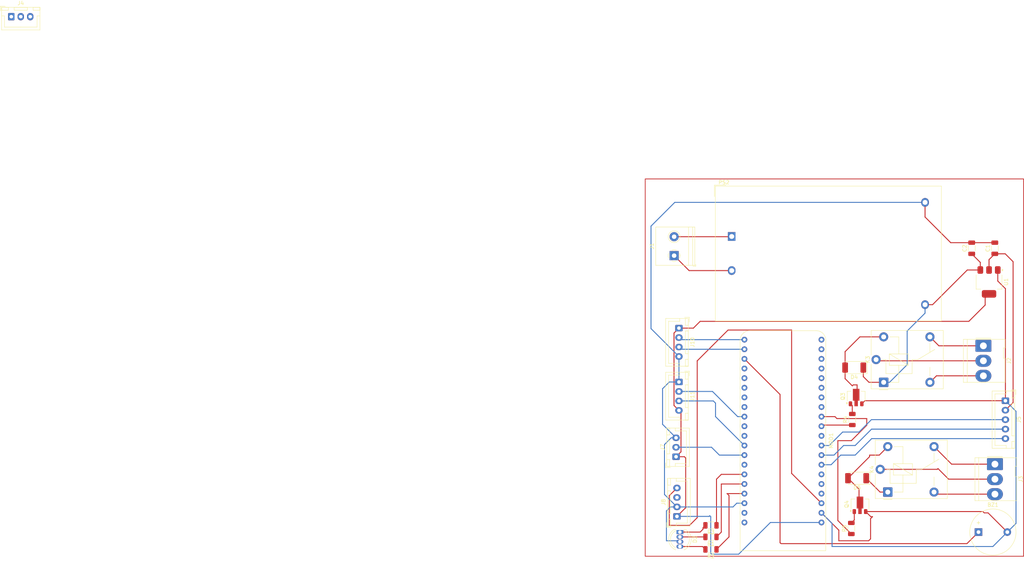
<source format=kicad_pcb>
(kicad_pcb (version 20221018) (generator pcbnew)
  (layers (0 "F.Cu" signal) (31 "B.Cu" signal) (34 "B.Paste" user) (35 "F.Paste" user) (36 "B.SilkS" user "B.Silkscreen") (37 "F.SilkS" user "F.Silkscreen") (38 "B.Mask" user) (39 "F.Mask" user) (44 "Edge.Cuts" user))
  (net 0 "")
  (net 1 "/MCU/Buzzer")
  (net 2 "GND")
  (net 3 "+3.3V")
  (net 4 "+5V")
  (net 5 "Net-(D2-RA)")
  (net 6 "Net-(D2-BA)")
  (net 7 "Net-(D2-GA)")
  (net 8 "Net-(D4-A)")
  (net 9 "Net-(D5-A)")
  (net 10 "/Regulador_de_voltaje/N")
  (net 11 "/Regulador_de_voltaje/L")
  (net 12 "/ControlRele1/NC")
  (net 13 "/ControlRele1/NA")
  (net 14 "/ControlRele1/COM")
  (net 15 "/ControlRele2/NC")
  (net 16 "/ControlRele2/NA")
  (net 17 "/ControlRele2/COM")
  (net 18 "/MCU/DHT")
  (net 19 "/Sensores/DigitalOut")
  (net 20 "/MCU/Calidad")
  (net 21 "/MCU/CLK")
  (net 22 "/MCU/CS")
  (net 23 "/MCU/Do")
  (net 24 "/MCU/Trigger")
  (net 25 "/MCU/Echo")
  (net 26 "/MCU/RX1")
  (net 27 "/MCU/TX1")
  (net 28 "/MCU/LED1")
  (net 29 "/MCU/LED2")
  (net 30 "/MCU/LED3")
  (net 31 "/ControlRele1/Input")
  (net 32 "/ControlRele2/Input")
  (net 54 "Net-(Q3-B)")
  (net 55 "Net-(Q4-B)")
  (footprint "Buzzer_Beeper:Buzzer_12x9.5RM7.6" (layer "F.Cu") (at 258.074 138.938)
    (fp_text reference "BZ1" (at 3.8 -7.2) (layer "F.SilkS"))
    (fp_text value "Buzzer")
    (fp_text user "+" (at -0.01 -2.54) (layer "F.SilkS"))
    (pad "1" thru_hole rect (at 0 0) (size 2 2) (drill 1) (layers "*.Cu" "*.Mask") (net 1 "/MCU/Buzzer"))
    (pad "2" thru_hole circle (at 7.6 0) (size 2 2) (drill 1) (layers "*.Cu" "*.Mask") (net 2 "GND"))
  )
  (footprint "Capacitor_SMD:C_1206_3216Metric" (layer "F.Cu") (at 256.286 64.008 90)
    (fp_text reference "C2" (at 0 -1.85 90) (layer "F.SilkS"))
    (fp_text value "100n")
    (pad "1" smd roundrect (at -1.475 0 90) (size 1.15 1.8) (layers "F.Cu" "F.Paste" "F.Mask") (roundrect_rratio 0.217391) (net 4 "+5V"))
    (pad "2" smd roundrect (at 1.475 0 90) (size 1.15 1.8) (layers "F.Cu" "F.Paste" "F.Mask") (roundrect_rratio 0.217391) (net 2 "GND"))
  )
  (footprint "Package_TO_SOT_SMD:SOT-89-3" (layer "F.Cu") (at 225.806 103.124 90)
    (fp_text reference "Q3" (at 0 -3.5 90) (layer "F.SilkS"))
    (fp_text value "BCX56")
    (pad "1" smd roundrect (at -1.95 -1.5 90) (size 1.3 0.9) (layers "F.Cu" "F.Paste" "F.Mask") (net 54 "Net-(Q3-B)"))
    (pad "2" smd custom (at -1.8625 0 90) (size 1.475 0.9) (layers "F.Cu" "F.Paste" "F.Mask") (net 8 "Net-(D4-A)") (options (clearance outline) (anchor rect)) (primitives (gr_poly (pts (xy 3.8625 0.8665) (xy 0.7375 0.8665) (xy 0.7375 -0.8665) (xy 3.8625 -0.8665)) (width 0) (fill yes))))
    (pad "3" smd roundrect (at -1.95 1.5 90) (size 1.3 0.9) (layers "F.Cu" "F.Paste" "F.Mask") (net 2 "GND"))
  )
  (footprint "Package_TO_SOT_SMD:SOT-223-3_TabPin2" (layer "F.Cu") (at 260.858 72.898 -90)
    (fp_text reference "U1" (at 0 -4.5 90) (layer "F.SilkS"))
    (fp_text value "AMS1117-3.3")
    (pad "1" smd roundrect (at -3.15 -2.3 270) (size 2 1.5) (layers "F.Cu" "F.Paste" "F.Mask") (net 2 "GND"))
    (pad "2" smd roundrect (at -3.15 0 270) (size 2 1.5) (layers "F.Cu" "F.Paste" "F.Mask") (net 3 "+3.3V"))
    (pad "2" smd roundrect (at 3.15 0 270) (size 2 3.8) (layers "F.Cu" "F.Paste" "F.Mask") (net 3 "+3.3V"))
    (pad "3" smd roundrect (at -3.15 2.3 270) (size 2 1.5) (layers "F.Cu" "F.Paste" "F.Mask") (net 4 "+5V"))
  )
  (footprint "Resistor_SMD:R_1206_3216Metric" (layer "F.Cu") (at 224.536 137.9835 90)
    (fp_text reference "R5" (at 0 -1.82 90) (layer "F.SilkS"))
    (fp_text value "1k")
    (pad "1" smd roundrect (at -1.4625 0 90) (size 1.125 1.75) (layers "F.Cu" "F.Paste" "F.Mask") (roundrect_rratio 0.222222) (net 32 "/ControlRele2/Input"))
    (pad "2" smd roundrect (at 1.4625 0 90) (size 1.125 1.75) (layers "F.Cu" "F.Paste" "F.Mask") (roundrect_rratio 0.222222) (net 55 "Net-(Q4-B)"))
  )
  (footprint "Diode_SMD:D_MELF" (layer "F.Cu") (at 225.298 95.504 180)
    (fp_text reference "D4" (at 0 -2.5) (layer "F.SilkS"))
    (fp_text value "SM4007")
    (pad "1" smd roundrect (at -2.4 0 180) (size 1.5 2.7) (layers "F.Cu" "F.Paste" "F.Mask") (roundrect_rratio 0.1666666667) (net 4 "+5V"))
    (pad "2" smd roundrect (at 2.4 0 180) (size 1.5 2.7) (layers "F.Cu" "F.Paste" "F.Mask") (roundrect_rratio 0.1666666667) (net 8 "Net-(D4-A)"))
  )
  (footprint "Resistor_SMD:R_1206_3216Metric" (layer "F.Cu") (at 187.5135 137.16 180)
    (fp_text reference "R3" (at 0 -1.82) (layer "F.SilkS"))
    (fp_text value "330")
    (pad "1" smd roundrect (at -1.4625 0 180) (size 1.125 1.75) (layers "F.Cu" "F.Paste" "F.Mask") (roundrect_rratio 0.222222) (net 30 "/MCU/LED3"))
    (pad "2" smd roundrect (at 1.4625 0 180) (size 1.125 1.75) (layers "F.Cu" "F.Paste" "F.Mask") (roundrect_rratio 0.222222) (net 5 "Net-(D2-RA)"))
  )
  (footprint "TerminalBlock_Philmore:TerminalBlock_Philmore_TB132_1x02_P5.00mm_Horizontal" (layer "F.Cu") (at 177.8 65.96 90)
    (fp_text reference "J1" (at 2.5 -5.86 90) (layer "F.SilkS"))
    (fp_text value "Screw_Terminal_01x02")
    (pad "1" thru_hole rect (at 0 0 90) (size 2.4 2.4) (drill 1.2) (layers "*.Cu" "*.Mask") (net 10 "/Regulador_de_voltaje/N"))
    (pad "2" thru_hole circle (at 5 0 90) (size 2.4 2.4) (drill 1.2) (layers "*.Cu" "*.Mask") (net 11 "/Regulador_de_voltaje/L"))
  )
  (footprint "Resistor_SMD:R_1206_3216Metric" (layer "F.Cu") (at 224.79 109.22 90)
    (fp_text reference "R4" (at 0 -1.82 90) (layer "F.SilkS"))
    (fp_text value "1k")
    (pad "1" smd roundrect (at -1.4625 0 90) (size 1.125 1.75) (layers "F.Cu" "F.Paste" "F.Mask") (roundrect_rratio 0.222222) (net 31 "/ControlRele1/Input"))
    (pad "2" smd roundrect (at 1.4625 0 90) (size 1.125 1.75) (layers "F.Cu" "F.Paste" "F.Mask") (roundrect_rratio 0.222222) (net 54 "Net-(Q3-B)"))
  )
  (footprint "Connector_JST:JST_XH_B5B-XH-A_1x05_P2.50mm_Vertical" (layer "F.Cu") (at 265.176 104.26 -90)
    (fp_text reference "J5" (at 5 -3.55 90) (layer "F.SilkS"))
    (fp_text value "Temp")
    (pad "1" thru_hole roundrect (at 0 0 270) (size 1.7 1.95) (drill 0.95) (layers "*.Cu" "*.Mask") (roundrect_rratio 0.147059) (net 2 "GND"))
    (pad "2" thru_hole oval (at 2.5 0 270) (size 1.7 1.95) (drill 0.95) (layers "*.Cu" "*.Mask") (net 3 "+3.3V"))
    (pad "3" thru_hole oval (at 5 0 270) (size 1.7 1.95) (drill 0.95) (layers "*.Cu" "*.Mask") (net 21 "/MCU/CLK"))
    (pad "4" thru_hole oval (at 7.5 0 270) (size 1.7 1.95) (drill 0.95) (layers "*.Cu" "*.Mask") (net 22 "/MCU/CS"))
    (pad "5" thru_hole oval (at 10 0 270) (size 1.7 1.95) (drill 0.95) (layers "*.Cu" "*.Mask") (net 23 "/MCU/Do"))
  )
  (footprint "Connector_JST:JST_XH_B4B-XH-A_1x04_P2.50mm_Vertical" (layer "F.Cu") (at 178.545 134.794 90)
    (fp_text reference "J8" (at 3.75 -3.55 90) (layer "F.SilkS"))
    (fp_text value "Sensor De Calidad De Aire")
    (pad "1" thru_hole roundrect (at 0 0 90) (size 1.7 1.95) (drill 0.95) (layers "*.Cu" "*.Mask") (roundrect_rratio 0.147059) (net 3 "+3.3V"))
    (pad "2" thru_hole oval (at 2.5 0 90) (size 1.7 1.95) (drill 0.95) (layers "*.Cu" "*.Mask") (net 2 "GND"))
    (pad "3" thru_hole oval (at 5 0 90) (size 1.7 1.95) (drill 0.95) (layers "*.Cu" "*.Mask") (net 19 "/Sensores/DigitalOut"))
    (pad "4" thru_hole oval (at 7.5 0 90) (size 1.7 1.95) (drill 0.95) (layers "*.Cu" "*.Mask") (net 20 "/MCU/Calidad"))
  )
  (footprint "Connector_JST:JST_XH_B4B-XH-A_1x04_P2.50mm_Vertical" (layer "F.Cu") (at 179.07 85.09 -90)
    (fp_text reference "J10" (at 3.75 -3.55 90) (layer "F.SilkS"))
    (fp_text value "Ultra Sonido")
    (pad "1" thru_hole roundrect (at 0 0 270) (size 1.7 1.95) (drill 0.95) (layers "*.Cu" "*.Mask") (roundrect_rratio 0.147059) (net 3 "+3.3V"))
    (pad "2" thru_hole oval (at 2.5 0 270) (size 1.7 1.95) (drill 0.95) (layers "*.Cu" "*.Mask") (net 24 "/MCU/Trigger"))
    (pad "3" thru_hole oval (at 5 0 270) (size 1.7 1.95) (drill 0.95) (layers "*.Cu" "*.Mask") (net 25 "/MCU/Echo"))
    (pad "4" thru_hole oval (at 7.5 0 270) (size 1.7 1.95) (drill 0.95) (layers "*.Cu" "*.Mask") (net 2 "GND"))
  )
  (footprint "Resistor_SMD:R_1206_3216Metric" (layer "F.Cu") (at 187.5135 143.51 180)
    (fp_text reference "R2" (at 0 -1.82) (layer "F.SilkS"))
    (fp_text value "330")
    (pad "1" smd roundrect (at -1.4625 0 180) (size 1.125 1.75) (layers "F.Cu" "F.Paste" "F.Mask") (roundrect_rratio 0.222222) (net 28 "/MCU/LED1"))
    (pad "2" smd roundrect (at 1.4625 0 180) (size 1.125 1.75) (layers "F.Cu" "F.Paste" "F.Mask") (roundrect_rratio 0.222222) (net 7 "Net-(D2-GA)"))
  )
  (footprint "Heltec:Wireless_Stick_Lite_V3" (layer "F.Cu") (at 206.502 114.808 90)
    (fp_text reference "MOD1" (at 0 12.7 90) (layer "F.SilkS"))
    (fp_text value "Wireless_Stick_V3")
    (pad "1" thru_hole circle (at -21.59 10.16 90) (size 1.524 1.524) (drill 0.762) (layers "*.Cu" "*.Mask") (net 3 "+3.3V"))
    (pad "2" thru_hole circle (at -19.05 10.16 90) (size 1.524 1.524) (drill 0.762) (layers "*.Cu" "*.Mask") (net 2 "GND"))
    (pad "3" thru_hole circle (at -16.51 10.16 90) (size 1.524 1.524) (drill 0.762) (layers "*.Cu" "*.Mask") (net 20 "/MCU/Calidad"))
    (pad "4" thru_hole circle (at -13.97 10.16 90) (size 1.524 1.524) (drill 0.762) (layers "*.Cu" "*.Mask"))
    (pad "5" thru_hole circle (at -11.43 10.16 90) (size 1.524 1.524) (drill 0.762) (layers "*.Cu" "*.Mask"))
    (pad "6" thru_hole circle (at -8.89 10.16 90) (size 1.524 1.524) (drill 0.762) (layers "*.Cu" "*.Mask"))
    (pad "7" thru_hole circle (at -6.35 10.16 90) (size 1.524 1.524) (drill 0.762) (layers "*.Cu" "*.Mask") (net 23 "/MCU/Do"))
    (pad "8" thru_hole circle (at -3.81 10.16 90) (size 1.524 1.524) (drill 0.762) (layers "*.Cu" "*.Mask") (net 22 "/MCU/CS"))
    (pad "9" thru_hole circle (at -1.27 10.16 90) (size 1.524 1.524) (drill 0.762) (layers "*.Cu" "*.Mask") (net 21 "/MCU/CLK"))
    (pad "10" thru_hole circle (at 1.27 10.16 90) (size 1.524 1.524) (drill 0.762) (layers "*.Cu" "*.Mask"))
    (pad "11" thru_hole circle (at 3.81 10.16 90) (size 1.524 1.524) (drill 0.762) (layers "*.Cu" "*.Mask") (net 31 "/ControlRele1/Input"))
    (pad "12" thru_hole circle (at 6.35 10.16 90) (size 1.524 1.524) (drill 0.762) (layers "*.Cu" "*.Mask") (net 32 "/ControlRele2/Input"))
    (pad "13" thru_hole circle (at 8.89 10.16 90) (size 1.524 1.524) (drill 0.762) (layers "*.Cu" "*.Mask"))
    (pad "14" thru_hole circle (at 11.43 10.16 90) (size 1.524 1.524) (drill 0.762) (layers "*.Cu" "*.Mask"))
    (pad "15" thru_hole circle (at 13.97 10.16 90) (size 1.524 1.524) (drill 0.762) (layers "*.Cu" "*.Mask"))
    (pad "16" thru_hole circle (at 16.51 10.16 90) (size 1.524 1.524) (drill 0.762) (layers "*.Cu" "*.Mask"))
    (pad "17" thru_hole circle (at 19.05 10.16 90) (size 1.524 1.524) (drill 0.762) (layers "*.Cu" "*.Mask"))
    (pad "18" thru_hole circle (at 21.59 10.16 90) (size 1.524 1.524) (drill 0.762) (layers "*.Cu" "*.Mask"))
    (pad "19" thru_hole circle (at 24.13 10.16 90) (size 1.524 1.524) (drill 0.762) (layers "*.Cu" "*.Mask"))
    (pad "20" thru_hole circle (at 26.67 10.16 90) (size 1.524 1.524) (drill 0.762) (layers "*.Cu" "*.Mask"))
    (pad "21" thru_hole circle (at 26.67 -10.16 90) (size 1.524 1.524) (drill 0.762) (layers "*.Cu" "*.Mask") (net 24 "/MCU/Trigger"))
    (pad "22" thru_hole circle (at 24.13 -10.16 90) (size 1.524 1.524) (drill 0.762) (layers "*.Cu" "*.Mask") (net 25 "/MCU/Echo"))
    (pad "23" thru_hole circle (at 21.59 -10.16 90) (size 1.524 1.524) (drill 0.762) (layers "*.Cu" "*.Mask") (net 1 "/MCU/Buzzer"))
    (pad "24" thru_hole circle (at 19.05 -10.16 90) (size 1.524 1.524) (drill 0.762) (layers "*.Cu" "*.Mask"))
    (pad "25" thru_hole circle (at 16.51 -10.16 90) (size 1.524 1.524) (drill 0.762) (layers "*.Cu" "*.Mask"))
    (pad "26" thru_hole circle (at 13.97 -10.16 90) (size 1.524 1.524) (drill 0.762) (layers "*.Cu" "*.Mask"))
    (pad "27" thru_hole circle (at 11.43 -10.16 90) (size 1.524 1.524) (drill 0.762) (layers "*.Cu" "*.Mask"))
    (pad "28" thru_hole circle (at 8.89 -10.16 90) (size 1.524 1.524) (drill 0.762) (layers "*.Cu" "*.Mask"))
    (pad "29" thru_hole circle (at 6.35 -10.16 90) (size 1.524 1.524) (drill 0.762) (layers "*.Cu" "*.Mask") (net 26 "/MCU/RX1"))
    (pad "30" thru_hole circle (at 3.81 -10.16 90) (size 1.524 1.524) (drill 0.762) (layers "*.Cu" "*.Mask"))
    (pad "31" thru_hole circle (at 1.27 -10.16 90) (size 1.524 1.524) (drill 0.762) (layers "*.Cu" "*.Mask"))
    (pad "32" thru_hole circle (at -1.27 -10.16 90) (size 1.524 1.524) (drill 0.762) (layers "*.Cu" "*.Mask") (net 27 "/MCU/TX1"))
    (pad "33" thru_hole circle (at -3.81 -10.16 90) (size 1.524 1.524) (drill 0.762) (layers "*.Cu" "*.Mask") (net 18 "/MCU/DHT"))
    (pad "34" thru_hole circle (at -6.35 -10.16 90) (size 1.524 1.524) (drill 0.762) (layers "*.Cu" "*.Mask"))
    (pad "35" thru_hole circle (at -8.89 -10.16 90) (size 1.524 1.524) (drill 0.762) (layers "*.Cu" "*.Mask") (net 30 "/MCU/LED3"))
    (pad "36" thru_hole circle (at -11.43 -10.16 90) (size 1.524 1.524) (drill 0.762) (layers "*.Cu" "*.Mask") (net 29 "/MCU/LED2"))
    (pad "37" thru_hole circle (at -13.97 -10.16 90) (size 1.524 1.524) (drill 0.762) (layers "*.Cu" "*.Mask") (net 28 "/MCU/LED1"))
    (pad "38" thru_hole circle (at -16.51 -10.16 90) (size 1.524 1.524) (drill 0.762) (layers "*.Cu" "*.Mask") (net 2 "GND"))
    (pad "39" thru_hole circle (at -19.05 -10.16 90) (size 1.524 1.524) (drill 0.762) (layers "*.Cu" "*.Mask"))
    (pad "40" thru_hole circle (at -21.59 -10.16 90) (size 1.524 1.524) (drill 0.762) (layers "*.Cu" "*.Mask"))
  )
  (footprint "Relay_THT:Relay_SPDT_Finder_36.11" (layer "F.Cu") (at 233.068 99.4045 90)
    (fp_text reference "K3" (at 6 -4.2 90) (layer "F.SilkS"))
    (fp_text value "FINDER-36.11")
    (pad "11" thru_hole circle (at 6 -2 90) (size 2.4 2.4) (drill 1.3) (layers "*.Cu" "*.Mask") (net 14 "/ControlRele1/COM") (clearance 0.2))
    (pad "12" thru_hole circle (at 12 12.2 90) (size 2.4 2.4) (drill 1.3) (layers "*.Cu" "*.Mask") (net 12 "/ControlRele1/NC"))
    (pad "14" thru_hole circle (at 0 12.2 90) (size 2.4 2.4) (drill 1.3) (layers "*.Cu" "*.Mask") (net 13 "/ControlRele1/NA"))
    (pad "A1" thru_hole roundrect (at 0 0 90) (size 2.5 2.5) (drill 1.3) (layers "*.Cu" "*.Mask") (roundrect_rratio 0.1) (net 4 "+5V"))
    (pad "A2" thru_hole circle (at 12 0 90) (size 2.4 2.4) (drill 1.3) (layers "*.Cu" "*.Mask") (net 8 "Net-(D4-A)"))
  )
  (footprint "Capacitor_SMD:C_1206_3216Metric" (layer "F.Cu") (at 262.382 64.008 90)
    (fp_text reference "C1" (at 0 -1.85 90) (layer "F.SilkS"))
    (fp_text value "100n")
    (pad "1" smd roundrect (at -1.475 0 90) (size 1.15 1.8) (layers "F.Cu" "F.Paste" "F.Mask") (roundrect_rratio 0.217391) (net 3 "+3.3V"))
    (pad "2" smd roundrect (at 1.475 0 90) (size 1.15 1.8) (layers "F.Cu" "F.Paste" "F.Mask") (roundrect_rratio 0.217391) (net 2 "GND"))
  )
  (footprint "Package_TO_SOT_SMD:SOT-89-3" (layer "F.Cu") (at 226.822 131.572 90)
    (fp_text reference "Q4" (at 0 -3.5 90) (layer "F.SilkS"))
    (fp_text value "BCX56")
    (pad "1" smd roundrect (at -1.95 -1.5 90) (size 1.3 0.9) (layers "F.Cu" "F.Paste" "F.Mask") (net 55 "Net-(Q4-B)"))
    (pad "2" smd custom (at -1.8625 0 90) (size 1.475 0.9) (layers "F.Cu" "F.Paste" "F.Mask") (net 9 "Net-(D5-A)") (options (clearance outline) (anchor rect)) (primitives (gr_poly (pts (xy 3.8625 0.8665) (xy 0.7375 0.8665) (xy 0.7375 -0.8665) (xy 3.8625 -0.8665)) (width 0) (fill yes))))
    (pad "3" smd roundrect (at -1.95 1.5 90) (size 1.3 0.9) (layers "F.Cu" "F.Paste" "F.Mask") (net 2 "GND"))
  )
  (footprint "Diode_SMD:D_MELF" (layer "F.Cu") (at 226.06 124.714 180)
    (fp_text reference "D5" (at 0 -2.5) (layer "F.SilkS"))
    (fp_text value "SM4007")
    (pad "1" smd roundrect (at -2.4 0 180) (size 1.5 2.7) (layers "F.Cu" "F.Paste" "F.Mask") (roundrect_rratio 0.1666666667) (net 4 "+5V"))
    (pad "2" smd roundrect (at 2.4 0 180) (size 1.5 2.7) (layers "F.Cu" "F.Paste" "F.Mask") (roundrect_rratio 0.1666666667) (net 9 "Net-(D5-A)"))
  )
  (footprint "Resistor_SMD:R_1206_3216Metric" (layer "F.Cu") (at 187.5135 140.208 180)
    (fp_text reference "R1" (at 0 -1.82) (layer "F.SilkS"))
    (fp_text value "330")
    (pad "1" smd roundrect (at -1.4625 0 180) (size 1.125 1.75) (layers "F.Cu" "F.Paste" "F.Mask") (roundrect_rratio 0.222222) (net 29 "/MCU/LED2"))
    (pad "2" smd roundrect (at 1.4625 0 180) (size 1.125 1.75) (layers "F.Cu" "F.Paste" "F.Mask") (roundrect_rratio 0.222222) (net 6 "Net-(D2-BA)"))
  )
  (footprint "Relay_THT:Relay_SPDT_Finder_36.11" (layer "F.Cu") (at 234.151 128.374 90)
    (fp_text reference "K4" (at 6 -4.2 90) (layer "F.SilkS"))
    (fp_text value "FINDER-36.11")
    (pad "11" thru_hole circle (at 6 -2 90) (size 2.4 2.4) (drill 1.3) (layers "*.Cu" "*.Mask") (net 17 "/ControlRele2/COM") (clearance 0.2))
    (pad "12" thru_hole circle (at 12 12.2 90) (size 2.4 2.4) (drill 1.3) (layers "*.Cu" "*.Mask") (net 15 "/ControlRele2/NC"))
    (pad "14" thru_hole circle (at 0 12.2 90) (size 2.4 2.4) (drill 1.3) (layers "*.Cu" "*.Mask") (net 16 "/ControlRele2/NA"))
    (pad "A1" thru_hole roundrect (at 0 0 90) (size 2.5 2.5) (drill 1.3) (layers "*.Cu" "*.Mask") (roundrect_rratio 0.1) (net 4 "+5V"))
    (pad "A2" thru_hole circle (at 12 0 90) (size 2.4 2.4) (drill 1.3) (layers "*.Cu" "*.Mask") (net 9 "Net-(D5-A)"))
  )
  (footprint "LED_THT:LED_D5.0mm-4_RGB" (layer "F.Cu") (at 179.324 138.938 -90)
    (fp_text reference "D2" (at 1.905 -3.96 90) (layer "F.SilkS"))
    (fp_text value "LED_RBKG")
    (pad "1" thru_hole rect (at 0 0 270) (size 1.07 1.8) (drill 0.9) (layers "*.Cu" "*.Mask") (net 5 "Net-(D2-RA)"))
    (pad "2" thru_hole oval (at 1.27 0 270) (size 1.07 1.8) (drill 0.9) (layers "*.Cu" "*.Mask") (net 6 "Net-(D2-BA)"))
    (pad "3" thru_hole oval (at 2.54 0 270) (size 1.07 1.8) (drill 0.9) (layers "*.Cu" "*.Mask") (net 2 "GND"))
    (pad "4" thru_hole oval (at 3.81 0 270) (size 1.07 1.8) (drill 0.9) (layers "*.Cu" "*.Mask") (net 7 "Net-(D2-GA)"))
  )
  (footprint "Connector_JST:JST_XH_B3B-XH-A_1x03_P2.50mm_Vertical" (layer "F.Cu") (at 178.308 119.046 90)
    (fp_text reference "J7" (at 2.5 -3.55 90) (layer "F.SilkS"))
    (fp_text value "DHT11")
    (pad "1" thru_hole roundrect (at 0 0 90) (size 1.7 1.95) (drill 0.95) (layers "*.Cu" "*.Mask") (roundrect_rratio 0.147059) (net 3 "+3.3V"))
    (pad "2" thru_hole oval (at 2.5 0 90) (size 1.7 1.95) (drill 0.95) (layers "*.Cu" "*.Mask") (net 18 "/MCU/DHT"))
    (pad "3" thru_hole oval (at 5 0 90) (size 1.7 1.95) (drill 0.95) (layers "*.Cu" "*.Mask") (net 2 "GND"))
  )
  (footprint "Connector_Molex:Molex_KK-396_5273-03A_1x03_P3.96mm_Vertical" (layer "F.Cu") (at 259.363 89.766 -90)
    (fp_text reference "J2" (at 3.96 -6.8 90) (layer "F.SilkS"))
    (fp_text value "Conn_01x03")
    (pad "1" thru_hole roundrect (at 0 0 270) (size 3.16 4.2) (drill 1.8) (layers "*.Cu" "*.Mask") (roundrect_rratio 0.079114) (net 12 "/ControlRele1/NC"))
    (pad "2" thru_hole oval (at 3.96 0 270) (size 3.16 4.2) (drill 1.8) (layers "*.Cu" "*.Mask") (net 14 "/ControlRele1/COM"))
    (pad "3" thru_hole oval (at 7.92 0 270) (size 3.16 4.2) (drill 1.8) (layers "*.Cu" "*.Mask") (net 13 "/ControlRele1/NA"))
  )
  (footprint "Connector_JST:JST_XH_B3B-XH-A_1x03_P2.50mm_Vertical" (layer "F.Cu") (at 2.975 2.875)
    (fp_text reference "J4" (at 2.5 -3.55) (layer "F.SilkS"))
    (fp_text value "DHT11")
    (pad "1" thru_hole roundrect (at 0 0) (size 1.7 1.95) (drill 0.95) (layers "*.Cu" "*.Mask") (roundrect_rratio 0.147059))
    (pad "2" thru_hole oval (at 2.5 0) (size 1.7 1.95) (drill 0.95) (layers "*.Cu" "*.Mask"))
    (pad "3" thru_hole oval (at 5 0) (size 1.7 1.95) (drill 0.95) (layers "*.Cu" "*.Mask"))
  )
  (footprint "Converter_ACDC:Converter_ACDC_Hi-Link_HLK-20Mxx" (layer "F.Cu") (at 192.9825 60.9025)
    (fp_text reference "PS2" (at -2.05 -14.29) (layer "F.SilkS"))
    (fp_text value "HLK-20M05")
    (pad "1" thru_hole rect (at 0 0) (size 2 2.3) (drill 1.3) (layers "*.Cu" "*.Mask") (net 11 "/Regulador_de_voltaje/L"))
    (pad "2" thru_hole oval (at 0 9) (size 2 2.3) (drill 1.3) (layers "*.Cu" "*.Mask") (net 10 "/Regulador_de_voltaje/N"))
    (pad "3" thru_hole oval (at 51 -9) (size 2 2.3) (drill 1.3) (layers "*.Cu" "*.Mask") (net 2 "GND"))
    (pad "4" thru_hole oval (at 51 18) (size 2 2.3) (drill 1.3) (layers "*.Cu" "*.Mask") (net 4 "+5V"))
  )
  (footprint "Connector_Molex:Molex_KK-396_5273-03A_1x03_P3.96mm_Vertical" (layer "F.Cu") (at 262.411 121.008 -90)
    (fp_text reference "J3" (at 3.96 -6.8 90) (layer "F.SilkS"))
    (fp_text value "Conn_01x03")
    (pad "1" thru_hole roundrect (at 0 0 270) (size 3.16 4.2) (drill 1.8) (layers "*.Cu" "*.Mask") (roundrect_rratio 0.079114) (net 15 "/ControlRele2/NC"))
    (pad "2" thru_hole oval (at 3.96 0 270) (size 3.16 4.2) (drill 1.8) (layers "*.Cu" "*.Mask") (net 17 "/ControlRele2/COM"))
    (pad "3" thru_hole oval (at 7.92 0 270) (size 3.16 4.2) (drill 1.8) (layers "*.Cu" "*.Mask") (net 16 "/ControlRele2/NA"))
  )
  (footprint "Connector_JST:JST_XH_B4B-XH-A_1x04_P2.50mm_Vertical" (layer "F.Cu") (at 179.07 99.314 -90)
    (fp_text reference "J11" (at 3.75 -3.55 90) (layer "F.SilkS"))
    (fp_text value "GPS")
    (pad "1" thru_hole roundrect (at 0 0 270) (size 1.7 1.95) (drill 0.95) (layers "*.Cu" "*.Mask") (roundrect_rratio 0.147059) (net 2 "GND"))
    (pad "2" thru_hole oval (at 2.5 0 270) (size 1.7 1.95) (drill 0.95) (layers "*.Cu" "*.Mask") (net 26 "/MCU/RX1"))
    (pad "3" thru_hole oval (at 5 0 270) (size 1.7 1.95) (drill 0.95) (layers "*.Cu" "*.Mask") (net 27 "/MCU/TX1"))
    (pad "4" thru_hole oval (at 7.5 0 270) (size 1.7 1.95) (drill 0.95) (layers "*.Cu" "*.Mask") (net 3 "+3.3V"))
  )
  (gr_rect (start 170.18 45.72) (end 269.98 145.32) (stroke (width 0.2)) (fill none) (layer "F.Cu"))
  (segment (start 205.74 102.616) (end 205.74 141.732) (width 0.25) (layer "F.Cu") (net 1))
  (segment (start 205.74 141.732) (end 205.994 141.986) (width 0.25) (layer "F.Cu") (net 1))
  (segment (start 205.994 141.986) (end 255.026 141.986) (width 0.25) (layer "F.Cu") (net 1))
  (segment (start 255.026 141.986) (end 258.074 138.938) (width 0.25) (layer "F.Cu") (net 1))
  (segment (start 196.342 93.218) (end 205.74 102.616) (width 0.25) (layer "F.Cu") (net 1))
  (segment (start 256.286 62.533) (end 262.382 62.533) (width 0.25) (layer "F.Cu") (net 2))
  (segment (start 259.252 133.522) (end 259.588 133.858) (width 0.25) (layer "F.Cu") (net 2))
  (segment (start 221.234 138.43) (end 221.234 141.224) (width 0.25) (layer "F.Cu") (net 2))
  (segment (start 265.176 104.26) (end 265.176 74.676) (width 0.25) (layer "F.Cu") (net 2))
  (segment (start 250.747 62.533) (end 256.286 62.533) (width 0.25) (layer "F.Cu") (net 2))
  (segment (start 228.322 133.522) (end 259.252 133.522) (width 0.25) (layer "F.Cu") (net 2))
  (segment (start 243.9825 55.7685) (end 250.747 62.533) (width 0.25) (layer "F.Cu") (net 2))
  (segment (start 216.662 133.858) (end 221.234 138.43) (width 0.25) (layer "F.Cu") (net 2))
  (segment (start 221.234 141.224) (end 229.108 141.224) (width 0.25) (layer "F.Cu") (net 2))
  (segment (start 230.124 134.874) (end 229.674 134.874) (width 0.25) (layer "F.Cu") (net 2))
  (segment (start 263.158 72.658) (end 263.158 69.748) (width 0.25) (layer "F.Cu") (net 2))
  (segment (start 229.674 134.874) (end 228.322 133.522) (width 0.25) (layer "F.Cu") (net 2))
  (segment (start 227.306 105.074) (end 228.12 104.26) (width 0.25) (layer "F.Cu") (net 2))
  (segment (start 229.616 135.382) (end 230.124 134.874) (width 0.25) (layer "F.Cu") (net 2))
  (segment (start 260.594 133.858) (end 265.674 138.938) (width 0.25) (layer "F.Cu") (net 2))
  (segment (start 229.108 141.224) (end 229.616 140.716) (width 0.25) (layer "F.Cu") (net 2))
  (segment (start 243.9825 51.9025) (end 243.9825 55.7685) (width 0.25) (layer "F.Cu") (net 2))
  (segment (start 228.12 104.26) (end 265.176 104.26) (width 0.25) (layer "F.Cu") (net 2))
  (segment (start 229.616 140.716) (end 229.616 135.382) (width 0.25) (layer "F.Cu") (net 2))
  (segment (start 265.176 74.676) (end 263.158 72.658) (width 0.25) (layer "F.Cu") (net 2))
  (segment (start 259.588 133.858) (end 260.594 133.858) (width 0.25) (layer "F.Cu") (net 2))
  (segment (start 178.816 141.478) (end 178.562 141.224) (width 0.25) (layer "B.Cu") (net 2))
  (segment (start 178.545 132.294) (end 175.26 129.009) (width 0.25) (layer "B.Cu") (net 2))
  (segment (start 175.768 141.224) (end 175.768 133.35) (width 0.25) (layer "B.Cu") (net 2))
  (segment (start 193.334 132.294) (end 194.31 131.318) (width 0.25) (layer "B.Cu") (net 2))
  (segment (start 174.752 110.49) (end 174.752 101.092) (width 0.25) (layer "B.Cu") (net 2))
  (segment (start 175.26 115.824) (end 177.038 114.046) (width 0.25) (layer "B.Cu") (net 2))
  (segment (start 267.97 107.054) (end 265.176 104.26) (width 0.25) (layer "B.Cu") (net 2))
  (segment (start 219.456 142.748) (end 261.864 142.748) (width 0.25) (layer "B.Cu") (net 2))
  (segment (start 176.824 132.294) (end 178.545 132.294) (width 0.25) (layer "B.Cu") (net 2))
  (segment (start 174.752 101.092) (end 176.53 99.314) (width 0.25) (layer "B.Cu") (net 2))
  (segment (start 267.97 136.642) (end 267.97 107.054) (width 0.25) (layer "B.Cu") (net 2))
  (segment (start 177.9675 51.9025) (end 171.704 58.166) (width 0.25) (layer "B.Cu") (net 2))
  (segment (start 171.704 58.166) (end 171.704 85.224) (width 0.25) (layer "B.Cu") (net 2))
  (segment (start 216.662 133.858) (end 219.456 136.652) (width 0.25) (layer "B.Cu") (net 2))
  (segment (start 179.07 92.59) (end 179.07 99.314) (width 0.25) (layer "B.Cu") (net 2))
  (segment (start 175.26 129.009) (end 175.26 115.824) (width 0.25) (layer "B.Cu") (net 2))
  (segment (start 177.038 114.046) (end 178.308 114.046) (width 0.25) (layer "B.Cu") (net 2))
  (segment (start 178.562 141.224) (end 175.768 141.224) (width 0.25) (layer "B.Cu") (net 2))
  (segment (start 179.324 141.478) (end 178.816 141.478) (width 0.25) (layer "B.Cu") (net 2))
  (segment (start 175.768 133.35) (end 176.824 132.294) (width 0.25) (layer "B.Cu") (net 2))
  (segment (start 243.9825 51.9025) (end 177.9675 51.9025) (width 0.25) (layer "B.Cu") (net 2))
  (segment (start 178.545 132.294) (end 193.334 132.294) (width 0.25) (layer "B.Cu") (net 2))
  (segment (start 219.456 136.652) (end 219.456 142.748) (width 0.25) (layer "B.Cu") (net 2))
  (segment (start 261.864 142.748) (end 265.674 138.938) (width 0.25) (layer "B.Cu") (net 2))
  (segment (start 171.704 85.224) (end 179.07 92.59) (width 0.25) (layer "B.Cu") (net 2))
  (segment (start 265.674 138.938) (end 267.97 136.642) (width 0.25) (layer "B.Cu") (net 2))
  (segment (start 178.308 114.046) (end 174.752 110.49) (width 0.25) (layer "B.Cu") (net 2))
  (segment (start 176.53 99.314) (end 179.07 99.314) (width 0.25) (layer "B.Cu") (net 2))
  (segment (start 194.31 131.318) (end 196.342 131.318) (width 0.25) (layer "B.Cu") (net 2))
  (segment (start 179.608 107.352) (end 179.608 117.746) (width 0.25) (layer "F.Cu") (net 3))
  (segment (start 259.842 78.994) (end 259.842 77.064) (width 0.25) (layer "F.Cu") (net 3))
  (segment (start 262.382 65.483) (end 260.858 67.007) (width 0.25) (layer "F.Cu") (net 3))
  (segment (start 260.858 67.007) (end 260.858 69.748) (width 0.25) (layer "F.Cu") (net 3))
  (segment (start 180.848 132.588) (end 180.751 132.588) (width 0.25) (layer "F.Cu") (net 3))
  (segment (start 177.77 105.514) (end 179.07 106.814) (width 0.25) (layer "F.Cu") (net 3))
  (segment (start 179.07 85.09) (end 177.77 86.39) (width 0.25) (layer "F.Cu") (net 3))
  (segment (start 255.524 83.312) (end 259.842 78.994) (width 0.25) (layer "F.Cu") (net 3))
  (segment (start 178.308 119.046) (end 180.514 119.046) (width 0.25) (layer "F.Cu") (net 3))
  (segment (start 182.88 85.09) (end 184.658 83.312) (width 0.25) (layer "F.Cu") (net 3))
  (segment (start 180.848 119.38) (end 180.848 132.588) (width 0.25) (layer "F.Cu") (net 3))
  (segment (start 179.608 117.746) (end 178.308 119.046) (width 0.25) (layer "F.Cu") (net 3))
  (segment (start 267.208 104.728) (end 267.208 67.564) (width 0.25) (layer "F.Cu") (net 3))
  (segment (start 265.176 106.76) (end 267.208 104.728) (width 0.25) (layer "F.Cu") (net 3))
  (segment (start 267.208 67.564) (end 265.127 65.483) (width 0.25) (layer "F.Cu") (net 3))
  (segment (start 179.07 85.09) (end 182.88 85.09) (width 0.25) (layer "F.Cu") (net 3))
  (segment (start 265.127 65.483) (end 262.382 65.483) (width 0.25) (layer "F.Cu") (net 3))
  (segment (start 184.658 83.312) (end 255.524 83.312) (width 0.25) (layer "F.Cu") (net 3))
  (segment (start 179.07 106.814) (end 179.608 107.352) (width 0.25) (layer "F.Cu") (net 3))
  (segment (start 259.842 77.064) (end 260.858 76.048) (width 0.25) (layer "F.Cu") (net 3))
  (segment (start 177.77 86.39) (end 177.77 105.514) (width 0.25) (layer "F.Cu") (net 3))
  (segment (start 180.751 132.588) (end 178.545 134.794) (width 0.25) (layer "F.Cu") (net 3))
  (segment (start 180.514 119.046) (end 180.848 119.38) (width 0.25) (layer "F.Cu") (net 3))
  (segment (start 187.452 144.526) (end 187.452 134.874) (width 0.25) (layer "B.Cu") (net 3))
  (segment (start 203.2 136.398) (end 194.818 144.78) (width 0.25) (layer "B.Cu") (net 3))
  (segment (start 187.024 134.794) (end 178.545 134.794) (width 0.25) (layer "B.Cu") (net 3))
  (segment (start 187.706 144.78) (end 187.452 144.526) (width 0.25) (layer "B.Cu") (net 3))
  (segment (start 187.198 134.62) (end 187.024 134.794) (width 0.25) (layer "B.Cu") (net 3))
  (segment (start 187.452 134.874) (end 187.198 134.62) (width 0.25) (layer "B.Cu") (net 3))
  (segment (start 194.818 144.78) (end 187.706 144.78) (width 0.25) (layer "B.Cu") (net 3))
  (segment (start 216.662 136.398) (end 203.2 136.398) (width 0.25) (layer "B.Cu") (net 3))
  (segment (start 178.545 134.794) (end 178.896 134.794) (width 0.25) (layer "B.Cu") (net 3))
  (segment (start 232.12 128.374) (end 234.151 128.374) (width 0.25) (layer "F.Cu") (net 4))
  (segment (start 258.558 67.755) (end 258.558 69.748) (width 0.25) (layer "F.Cu") (net 4))
  (segment (start 228.46 124.714) (end 232.12 128.374) (width 0.25) (layer "F.Cu") (net 4))
  (segment (start 227.698 97.904) (end 229.1985 99.4045) (width 0.25) (layer "F.Cu") (net 4))
  (segment (start 245.9635 78.9025) (end 255.118 69.748) (width 0.25) (layer "F.Cu") (net 4))
  (segment (start 256.286 65.483) (end 258.558 67.755) (width 0.25) (layer "F.Cu") (net 4))
  (segment (start 229.1985 99.4045) (end 233.068 99.4045) (width 0.25) (layer "F.Cu") (net 4))
  (segment (start 243.9825 78.9025) (end 245.9635 78.9025) (width 0.25) (layer "F.Cu") (net 4))
  (segment (start 227.698 95.504) (end 227.698 97.904) (width 0.25) (layer "F.Cu") (net 4))
  (segment (start 255.118 69.748) (end 258.558 69.748) (width 0.25) (layer "F.Cu") (net 4))
  (segment (start 239.268 94.742) (end 234.6055 99.4045) (width 0.25) (layer "B.Cu") (net 4))
  (segment (start 243.9825 78.9025) (end 243.9825 81.1375) (width 0.25) (layer "B.Cu") (net 4))
  (segment (start 234.6055 99.4045) (end 233.068 99.4045) (width 0.25) (layer "B.Cu") (net 4))
  (segment (start 243.9825 81.1375) (end 239.268 85.852) (width 0.25) (layer "B.Cu") (net 4))
  (segment (start 239.268 85.852) (end 239.268 94.742) (width 0.25) (layer "B.Cu") (net 4))
  (segment (start 186.051 137.16) (end 185.42 137.791) (width 0.25) (layer "F.Cu") (net 5))
  (segment (start 185.42 137.791) (end 185.42 138.176) (width 0.25) (layer "F.Cu") (net 5))
  (segment (start 185.42 138.176) (end 184.658 138.938) (width 0.25) (layer "F.Cu") (net 5))
  (segment (start 184.658 138.938) (end 179.324 138.938) (width 0.25) (layer "F.Cu") (net 5))
  (segment (start 186.051 140.208) (end 179.324 140.208) (width 0.25) (layer "F.Cu") (net 6))
  (segment (start 185.289 142.748) (end 179.324 142.748) (width 0.25) (layer "F.Cu") (net 7))
  (segment (start 186.051 143.51) (end 185.289 142.748) (width 0.25) (layer "F.Cu") (net 7))
  (segment (start 222.898 98.438) (end 224.79 100.33) (width 0.25) (layer "F.Cu") (net 8))
  (segment (start 226.7935 87.4045) (end 233.068 87.4045) (width 0.25) (layer "F.Cu") (net 8))
  (segment (start 225.044 100.076) (end 226.06 100.076) (width 0.25) (layer "F.Cu") (net 8))
  (segment (start 226.06 100.076) (end 226.06 104.7325) (width 0.25) (layer "F.Cu") (net 8))
  (segment (start 222.898 95.504) (end 222.898 91.3) (width 0.25) (layer "F.Cu") (net 8))
  (segment (start 224.79 100.33) (end 225.044 100.076) (width 0.25) (layer "F.Cu") (net 8))
  (segment (start 226.06 104.7325) (end 225.806 104.9865) (width 0.25) (layer "F.Cu") (net 8))
  (segment (start 222.898 91.3) (end 226.7935 87.4045) (width 0.25) (layer "F.Cu") (net 8))
  (segment (start 222.898 95.504) (end 222.898 98.438) (width 0.25) (layer "F.Cu") (net 8))
  (segment (start 231.907 118.618) (end 234.151 116.374) (width 0.25) (layer "F.Cu") (net 9))
  (segment (start 229.362 119.012) (end 229.362 118.618) (width 0.25) (layer "F.Cu") (net 9))
  (segment (start 223.66 124.714) (end 226.568 127.622) (width 0.25) (layer "F.Cu") (net 9))
  (segment (start 223.66 124.714) (end 229.362 119.012) (width 0.25) (layer "F.Cu") (net 9))
  (segment (start 229.362 118.618) (end 231.907 118.618) (width 0.25) (layer "F.Cu") (net 9))
  (segment (start 226.568 133.1805) (end 226.822 133.4345) (width 0.25) (layer "F.Cu") (net 9))
  (segment (start 226.568 127.622) (end 226.568 133.1805) (width 0.25) (layer "F.Cu") (net 9))
  (segment (start 181.7425 69.9025) (end 177.8 65.96) (width 0.25) (layer "F.Cu") (net 10))
  (segment (start 192.9825 69.9025) (end 181.7425 69.9025) (width 0.25) (layer "F.Cu") (net 10))
  (segment (start 192.925 60.96) (end 192.9825 60.9025) (width 0.25) (layer "F.Cu") (net 11))
  (segment (start 177.8 60.96) (end 192.925 60.96) (width 0.25) (layer "F.Cu") (net 11))
  (segment (start 259.363 89.766) (end 247.6295 89.766) (width 0.25) (layer "F.Cu") (net 12))
  (segment (start 247.6295 89.766) (end 245.268 87.4045) (width 0.25) (layer "F.Cu") (net 12))
  (segment (start 259.363 97.686) (end 246.9865 97.686) (width 0.25) (layer "F.Cu") (net 13))
  (segment (start 246.9865 97.686) (end 245.268 99.4045) (width 0.25) (layer "F.Cu") (net 13))
  (segment (start 259.363 93.726) (end 231.3895 93.726) (width 0.25) (layer "F.Cu") (net 14))
  (segment (start 231.3895 93.726) (end 231.068 93.4045) (width 0.25) (layer "F.Cu") (net 14))
  (segment (start 250.985 121.008) (end 246.351 116.374) (width 0.25) (layer "F.Cu") (net 15))
  (segment (start 262.411 121.008) (end 250.985 121.008) (width 0.25) (layer "F.Cu") (net 15))
  (segment (start 262.411 128.928) (end 246.905 128.928) (width 0.25) (layer "F.Cu") (net 16))
  (segment (start 246.905 128.928) (end 246.351 128.374) (width 0.25) (layer "F.Cu") (net 16))
  (segment (start 247.396 122.174) (end 247.196 122.374) (width 0.25) (layer "F.Cu") (net 17))
  (segment (start 247.196 122.374) (end 232.151 122.374) (width 0.25) (layer "F.Cu") (net 17))
  (segment (start 250.19 124.968) (end 247.396 122.174) (width 0.25) (layer "F.Cu") (net 17))
  (segment (start 262.411 124.968) (end 250.19 124.968) (width 0.25) (layer "F.Cu") (net 17))
  (segment (start 187.666 116.546) (end 178.308 116.546) (width 0.25) (layer "B.Cu") (net 18))
  (segment (start 196.342 118.618) (end 189.738 118.618) (width 0.25) (layer "B.Cu") (net 18))
  (segment (start 189.738 118.618) (end 187.666 116.546) (width 0.25) (layer "B.Cu") (net 18))
  (segment (start 208.788 123.444) (end 208.788 85.598) (width 0.25) (layer "F.Cu") (net 20))
  (segment (start 208.788 85.598) (end 192.024 85.598) (width 0.25) (layer "F.Cu") (net 20))
  (segment (start 176.53 137.16) (end 176.53 129.309) (width 0.25) (layer "F.Cu") (net 20))
  (segment (start 183.896 93.726) (end 183.896 135.128) (width 0.25) (layer "F.Cu") (net 20))
  (segment (start 181.864 137.16) (end 176.53 137.16) (width 0.25) (layer "F.Cu") (net 20))
  (segment (start 216.662 131.318) (end 208.788 123.444) (width 0.25) (layer "F.Cu") (net 20))
  (segment (start 183.896 135.128) (end 181.864 137.16) (width 0.25) (layer "F.Cu") (net 20))
  (segment (start 192.024 85.598) (end 183.896 93.726) (width 0.25) (layer "F.Cu") (net 20))
  (segment (start 176.53 129.309) (end 178.545 127.294) (width 0.25) (layer "F.Cu") (net 20))
  (segment (start 229.83 109.26) (end 265.176 109.26) (width 0.25) (layer "B.Cu") (net 21))
  (segment (start 218.694 116.078) (end 222.25 112.522) (width 0.25) (layer "B.Cu") (net 21))
  (segment (start 222.25 112.522) (end 226.568 112.522) (width 0.25) (layer "B.Cu") (net 21))
  (segment (start 216.662 116.078) (end 218.694 116.078) (width 0.25) (layer "B.Cu") (net 21))
  (segment (start 226.568 112.522) (end 229.83 109.26) (width 0.25) (layer "B.Cu") (net 21))
  (segment (start 229.87 111.76) (end 225.552 116.078) (width 0.25) (layer "B.Cu") (net 22))
  (segment (start 222.504 116.078) (end 219.964 118.618) (width 0.25) (layer "B.Cu") (net 22))
  (segment (start 265.176 111.76) (end 229.87 111.76) (width 0.25) (layer "B.Cu") (net 22))
  (segment (start 219.964 118.618) (end 216.662 118.618) (width 0.25) (layer "B.Cu") (net 22))
  (segment (start 225.552 116.078) (end 222.504 116.078) (width 0.25) (layer "B.Cu") (net 22))
  (segment (start 265.176 114.26) (end 229.91 114.26) (width 0.25) (layer "B.Cu") (net 23))
  (segment (start 225.552 118.618) (end 221.742 118.618) (width 0.25) (layer "B.Cu") (net 23))
  (segment (start 221.742 118.618) (end 219.202 121.158) (width 0.25) (layer "B.Cu") (net 23))
  (segment (start 229.91 114.26) (end 225.552 118.618) (width 0.25) (layer "B.Cu") (net 23))
  (segment (start 219.202 121.158) (end 216.662 121.158) (width 0.25) (layer "B.Cu") (net 23))
  (segment (start 179.618 88.138) (end 179.07 87.59) (width 0.25) (layer "B.Cu") (net 24))
  (segment (start 196.342 88.138) (end 179.618 88.138) (width 0.25) (layer "B.Cu") (net 24))
  (segment (start 196.342 90.678) (end 179.658 90.678) (width 0.25) (layer "B.Cu") (net 25))
  (segment (start 179.658 90.678) (end 179.07 90.09) (width 0.25) (layer "B.Cu") (net 25))
  (segment (start 179.07 101.814) (end 187.92 101.814) (width 0.25) (layer "B.Cu") (net 26))
  (segment (start 187.92 101.814) (end 194.564 108.458) (width 0.25) (layer "B.Cu") (net 26))
  (segment (start 194.564 108.458) (end 196.342 108.458) (width 0.25) (layer "B.Cu") (net 26))
  (segment (start 188.134 104.314) (end 179.07 104.314) (width 0.25) (layer "B.Cu") (net 27))
  (segment (start 196.342 116.078) (end 188.722 108.458) (width 0.25) (layer "B.Cu") (net 27))
  (segment (start 188.722 108.458) (end 188.722 104.902) (width 0.25) (layer "B.Cu") (net 27))
  (segment (start 188.722 104.902) (end 188.134 104.314) (width 0.25) (layer "B.Cu") (net 27))
  (segment (start 196.342 128.778) (end 191.77 128.778) (width 0.25) (layer "F.Cu") (net 28))
  (segment (start 191.77 128.778) (end 192.278 129.286) (width 0.25) (layer "F.Cu") (net 28))
  (segment (start 192.278 140.208) (end 188.976 143.51) (width 0.25) (layer "F.Cu") (net 28))
  (segment (start 192.278 129.286) (end 192.278 140.208) (width 0.25) (layer "F.Cu") (net 28))
  (segment (start 190.246 138.938) (end 188.976 140.208) (width 0.25) (layer "F.Cu") (net 29))
  (segment (start 190.246 126.238) (end 190.246 138.938) (width 0.25) (layer "F.Cu") (net 29))
  (segment (start 196.342 126.238) (end 190.246 126.238) (width 0.25) (layer "F.Cu") (net 29))
  (segment (start 188.976 124.968) (end 188.976 137.16) (width 0.25) (layer "F.Cu") (net 30))
  (segment (start 196.342 123.698) (end 190.246 123.698) (width 0.25) (layer "F.Cu") (net 30))
  (segment (start 190.246 123.698) (end 188.976 124.968) (width 0.25) (layer "F.Cu") (net 30))
  (segment (start 224.79 110.6825) (end 216.9775 110.6825) (width 0.25) (layer "F.Cu") (net 31))
  (segment (start 216.9775 110.6825) (end 216.662 110.998) (width 0.25) (layer "F.Cu") (net 31))
  (segment (start 220.218 108.458) (end 216.662 108.458) (width 0.25) (layer "F.Cu") (net 32))
  (segment (start 220.726 108.966) (end 220.218 108.458) (width 0.25) (layer "F.Cu") (net 32))
  (segment (start 224.536 139.446) (end 220.98 135.89) (width 0.25) (layer "F.Cu") (net 32))
  (segment (start 228.6 110.744) (end 228.6 108.966) (width 0.25) (layer "F.Cu") (net 32))
  (segment (start 220.98 114.808) (end 224.536 114.808) (width 0.25) (layer "F.Cu") (net 32))
  (segment (start 224.536 114.808) (end 228.6 110.744) (width 0.25) (layer "F.Cu") (net 32))
  (segment (start 228.6 108.966) (end 220.726 108.966) (width 0.25) (layer "F.Cu") (net 32))
  (segment (start 220.98 135.89) (end 220.98 114.808) (width 0.25) (layer "F.Cu") (net 32))
  (segment (start 224.79 105.558) (end 224.306 105.074) (width 0.25) (layer "F.Cu") (net 54))
  (segment (start 224.79 107.7575) (end 224.79 105.558) (width 0.25) (layer "F.Cu") (net 54))
  (segment (start 225.322 135.735) (end 225.322 133.522) (width 0.25) (layer "F.Cu") (net 55))
  (segment (start 224.536 136.521) (end 225.322 135.735) (width 0.25) (layer "F.Cu") (net 55))
)
</source>
